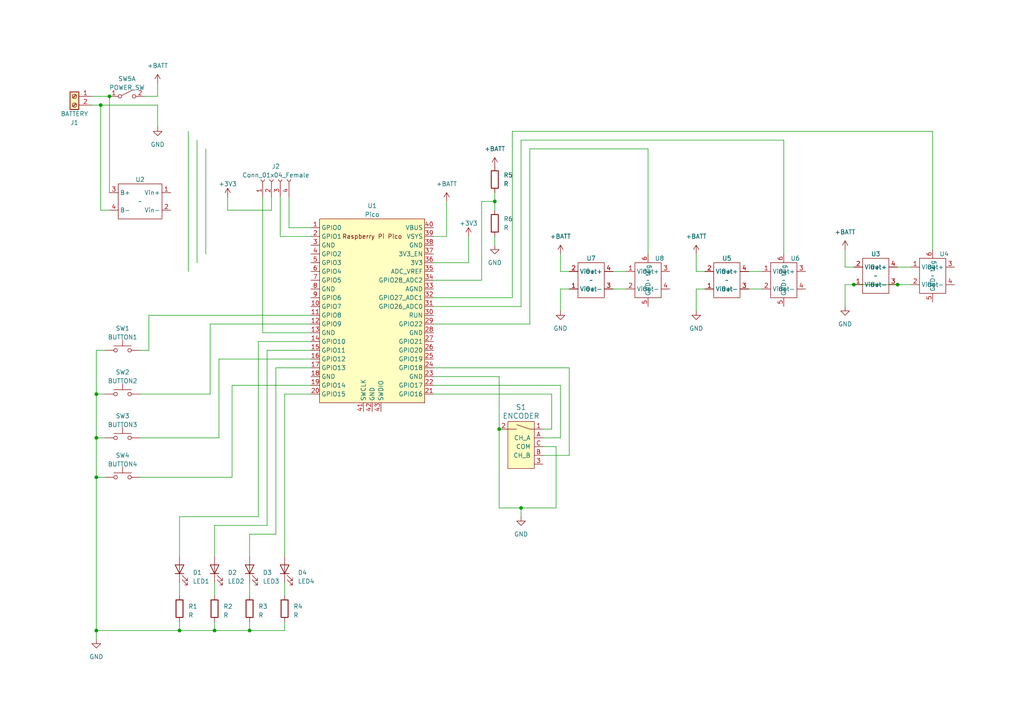
<source format=kicad_sch>
(kicad_sch (version 20230121) (generator eeschema)
  (paper "A4")
  (lib_symbols
    (symbol "Connector:Conn_01x04_Female" (pin_names (offset 1.016) hide)
      (property "Reference" "J" (at 0 5.08 0))
      (property "Value" "Conn_01x04_Female" (at 0 -7.62 0))
      (symbol "Conn_01x04_Female_1_1"
        (arc (start 0 -4.572) (mid -0.5058 -5.08) (end 0 -5.588) (stroke (width 0.1524)))
        (arc (start 0 -2.032) (mid -0.5058 -2.54) (end 0 -3.048) (stroke (width 0.1524)))
        (polyline (pts (xy -1.27 -5.08) (xy -0.508 -5.08)) (stroke (width 0.1524)))
        (polyline (pts (xy -1.27 -2.54) (xy -0.508 -2.54)) (stroke (width 0.1524)))
        (polyline (pts (xy -1.27 0) (xy -0.508 0)) (stroke (width 0.1524)))
        (polyline (pts (xy -1.27 2.54) (xy -0.508 2.54)) (stroke (width 0.1524)))
        (arc (start 0 0.508) (mid -0.5058 0) (end 0 -0.508) (stroke (width 0.1524)))
        (arc (start 0 3.048) (mid -0.5058 2.54) (end 0 2.032) (stroke (width 0.1524)))
        (pin passive line (at -5.08 2.54 0) (length 3.81) (name "Pin_1") (number "1"))
        (pin passive line (at -5.08 0 0) (length 3.81) (name "Pin_2") (number "2"))
        (pin passive line (at -5.08 -2.54 0) (length 3.81) (name "Pin_3") (number "3"))
        (pin passive line (at -5.08 -5.08 0) (length 3.81) (name "Pin_4") (number "4"))
      )
    )
    (symbol "Connector:Screw_Terminal_01x02" (pin_names (offset 1.016) hide)
      (property "Reference" "J" (at 0 2.54 0))
      (property "Value" "Screw_Terminal_01x02" (at 0 -5.08 0))
      (symbol "Screw_Terminal_01x02_1_1"
        (rectangle (start -1.27 1.27) (end 1.27 -3.81) (stroke (width 0.254)) (fill (type background)))
        (circle (center 0 -2.54) (radius 0.635) (stroke (width 0.1524)))
        (polyline (pts (xy -0.5334 -2.2098) (xy 0.3302 -3.048)) (stroke (width 0.1524)))
        (polyline (pts (xy -0.5334 0.3302) (xy 0.3302 -0.508)) (stroke (width 0.1524)))
        (polyline (pts (xy -0.3556 -2.032) (xy 0.508 -2.8702)) (stroke (width 0.1524)))
        (polyline (pts (xy -0.3556 0.508) (xy 0.508 -0.3302)) (stroke (width 0.1524)))
        (circle (center 0 0) (radius 0.635) (stroke (width 0.1524)))
        (pin passive line (at -5.08 0 0) (length 3.81) (name "Pin_1") (number "1"))
        (pin passive line (at -5.08 -2.54 0) (length 3.81) (name "Pin_2") (number "2"))
      )
    )
    (symbol "Device:LED" (pin_numbers hide) (pin_names (offset 1.016) hide)
      (property "Reference" "D" (at 0 2.54 0))
      (property "Value" "LED" (at 0 -2.54 0))
      (symbol "LED_0_1"
        (polyline (pts (xy -1.27 -1.27) (xy -1.27 1.27)) (stroke (width 0.2032)))
        (polyline (pts (xy -1.27 0) (xy 1.27 0)))
        (polyline (pts (xy 1.27 -1.27) (xy 1.27 1.27) (xy -1.27 0) (xy 1.27 -1.27)) (stroke (width 0.2032)))
        (polyline (pts (xy -3.048 -0.762) (xy -4.572 -2.286) (xy -3.81 -2.286) (xy -4.572 -2.286) (xy -4.572 -1.524)))
        (polyline (pts (xy -1.778 -0.762) (xy -3.302 -2.286) (xy -2.54 -2.286) (xy -3.302 -2.286) (xy -3.302 -1.524)))
      )
      (symbol "LED_1_1"
        (pin passive line (at -3.81 0 0) (length 2.54) (name "K") (number "1"))
        (pin passive line (at 3.81 0 180) (length 2.54) (name "A") (number "2"))
      )
    )
    (symbol "Device:R" (pin_numbers hide) (pin_names (offset 0))
      (property "Reference" "R" (at 2.032 0 90))
      (property "Value" "R" (at 0 0 90))
      (symbol "R_0_1"
        (rectangle (start -1.016 -2.54) (end 1.016 2.54) (stroke (width 0.254)))
      )
      (symbol "R_1_1"
        (pin passive line (at 0 3.81 270) (length 1.27) (name "~") (number "1"))
        (pin passive line (at 0 -3.81 90) (length 1.27) (name "~") (number "2"))
      )
    )
    (symbol "GND_1" (power) (pin_names (offset 0))
      (property "Value" "GND_1" (at 0 -3.81 0))
      (symbol "GND_1_0_1"
        (polyline (pts (xy 0 0) (xy 0 -1.27) (xy 1.27 -1.27) (xy 0 -2.54) (xy -1.27 -1.27) (xy 0 -1.27)))
      )
      (symbol "GND_1_1_1"
        (pin power_in line (at 0 0 270) (length 0) hide (name "GND") (number "1"))
      )
    )
    (symbol "MCU_RaspberryPi_and_Boards:Pico"
      (property "Reference" "U" (at -13.97 27.94 0))
      (property "Value" "Pico" (at 0 19.05 0))
      (symbol "Pico_0_0"
        (text "Raspberry Pi Pico" (at 0 21.59 0) (effects (font (size 1.27 1.27))))
      )
      (symbol "Pico_0_1"
        (rectangle (start -15.24 26.67) (end 15.24 -26.67) (fill (type background)))
      )
      (symbol "Pico_1_1"
        (pin bidirectional line (at -17.78 24.13 0) (length 2.54) (name "GPIO0") (number "1"))
        (pin bidirectional line (at -17.78 1.27 0) (length 2.54) (name "GPIO7") (number "10"))
        (pin bidirectional line (at -17.78 -1.27 0) (length 2.54) (name "GPIO8") (number "11"))
        (pin bidirectional line (at -17.78 -3.81 0) (length 2.54) (name "GPIO9") (number "12"))
        (pin power_in line (at -17.78 -6.35 0) (length 2.54) (name "GND") (number "13"))
        (pin bidirectional line (at -17.78 -8.89 0) (length 2.54) (name "GPIO10") (number "14"))
        (pin bidirectional line (at -17.78 -11.43 0) (length 2.54) (name "GPIO11") (number "15"))
        (pin bidirectional line (at -17.78 -13.97 0) (length 2.54) (name "GPIO12") (number "16"))
        (pin bidirectional line (at -17.78 -16.51 0) (length 2.54) (name "GPIO13") (number "17"))
        (pin power_in line (at -17.78 -19.05 0) (length 2.54) (name "GND") (number "18"))
        (pin bidirectional line (at -17.78 -21.59 0) (length 2.54) (name "GPIO14") (number "19"))
        (pin bidirectional line (at -17.78 21.59 0) (length 2.54) (name "GPIO1") (number "2"))
        (pin bidirectional line (at -17.78 -24.13 0) (length 2.54) (name "GPIO15") (number "20"))
        (pin bidirectional line (at 17.78 -24.13 180) (length 2.54) (name "GPIO16") (number "21"))
        (pin bidirectional line (at 17.78 -21.59 180) (length 2.54) (name "GPIO17") (number "22"))
        (pin power_in line (at 17.78 -19.05 180) (length 2.54) (name "GND") (number "23"))
        (pin bidirectional line (at 17.78 -16.51 180) (length 2.54) (name "GPIO18") (number "24"))
        (pin bidirectional line (at 17.78 -13.97 180) (length 2.54) (name "GPIO19") (number "25"))
        (pin bidirectional line (at 17.78 -11.43 180) (length 2.54) (name "GPIO20") (number "26"))
        (pin bidirectional line (at 17.78 -8.89 180) (length 2.54) (name "GPIO21") (number "27"))
        (pin power_in line (at 17.78 -6.35 180) (length 2.54) (name "GND") (number "28"))
        (pin bidirectional line (at 17.78 -3.81 180) (length 2.54) (name "GPIO22") (number "29"))
        (pin power_in line (at -17.78 19.05 0) (length 2.54) (name "GND") (number "3"))
        (pin input line (at 17.78 -1.27 180) (length 2.54) (name "RUN") (number "30"))
        (pin bidirectional line (at 17.78 1.27 180) (length 2.54) (name "GPIO26_ADC0") (number "31"))
        (pin bidirectional line (at 17.78 3.81 180) (length 2.54) (name "GPIO27_ADC1") (number "32"))
        (pin power_in line (at 17.78 6.35 180) (length 2.54) (name "AGND") (number "33"))
        (pin bidirectional line (at 17.78 8.89 180) (length 2.54) (name "GPIO28_ADC2") (number "34"))
        (pin power_in line (at 17.78 11.43 180) (length 2.54) (name "ADC_VREF") (number "35"))
        (pin power_in line (at 17.78 13.97 180) (length 2.54) (name "3V3") (number "36"))
        (pin input line (at 17.78 16.51 180) (length 2.54) (name "3V3_EN") (number "37"))
        (pin bidirectional line (at 17.78 19.05 180) (length 2.54) (name "GND") (number "38"))
        (pin power_in line (at 17.78 21.59 180) (length 2.54) (name "VSYS") (number "39"))
        (pin bidirectional line (at -17.78 16.51 0) (length 2.54) (name "GPIO2") (number "4"))
        (pin power_in line (at 17.78 24.13 180) (length 2.54) (name "VBUS") (number "40"))
        (pin input line (at -2.54 -29.21 90) (length 2.54) (name "SWCLK") (number "41"))
        (pin power_in line (at 0 -29.21 90) (length 2.54) (name "GND") (number "42"))
        (pin bidirectional line (at 2.54 -29.21 90) (length 2.54) (name "SWDIO") (number "43"))
        (pin bidirectional line (at -17.78 13.97 0) (length 2.54) (name "GPIO3") (number "5"))
        (pin bidirectional line (at -17.78 11.43 0) (length 2.54) (name "GPIO4") (number "6"))
        (pin bidirectional line (at -17.78 8.89 0) (length 2.54) (name "GPIO5") (number "7"))
        (pin power_in line (at -17.78 6.35 0) (length 2.54) (name "GND") (number "8"))
        (pin bidirectional line (at -17.78 3.81 0) (length 2.54) (name "GPIO6") (number "9"))
      )
    )
    (symbol "R_1" (pin_numbers hide) (pin_names (offset 0))
      (property "Reference" "R" (at 2.032 0 90))
      (property "Value" "R" (at 0 0 90))
      (symbol "R_1_0_1"
        (rectangle (start -1.016 -2.54) (end 1.016 2.54) (stroke (width 0.254)))
      )
      (symbol "R_1_1_1"
        (pin passive line (at 0 3.81 270) (length 1.27) (name "~") (number "1"))
        (pin passive line (at 0 -3.81 90) (length 1.27) (name "~") (number "2"))
      )
    )
    (symbol "Switch:SW_DPST_x2" (pin_names (offset 0) hide)
      (property "Reference" "SW" (at 0 3.175 0))
      (property "Value" "SW_DPST_x2" (at 0 -2.54 0))
      (symbol "SW_DPST_x2_0_0"
        (circle (center -2.032 0) (radius 0.508))
        (polyline (pts (xy -1.524 0.254) (xy 1.524 1.778)))
        (circle (center 2.032 0) (radius 0.508))
      )
      (symbol "SW_DPST_x2_1_1"
        (pin passive line (at -5.08 0 0) (length 2.54) (name "A") (number "1"))
        (pin passive line (at 5.08 0 180) (length 2.54) (name "B") (number "2"))
      )
      (symbol "SW_DPST_x2_2_1"
        (pin passive line (at -5.08 0 0) (length 2.54) (name "A") (number "3"))
        (pin passive line (at 5.08 0 180) (length 2.54) (name "B") (number "4"))
      )
    )
    (symbol "Switch:SW_Push" (pin_numbers hide) (pin_names (offset 1.016) hide)
      (property "Reference" "SW" (at 1.27 2.54 0))
      (property "Value" "SW_Push" (at 0 -1.524 0))
      (symbol "SW_Push_0_1"
        (circle (center -2.032 0) (radius 0.508))
        (polyline (pts (xy 0 1.27) (xy 0 3.048)))
        (polyline (pts (xy 2.54 1.27) (xy -2.54 1.27)))
        (circle (center 2.032 0) (radius 0.508))
        (pin passive line (at -5.08 0 0) (length 2.54) (name "1") (number "1"))
        (pin passive line (at 5.08 0 180) (length 2.54) (name "2") (number "2"))
      )
    )
    (symbol "chinese_modules:charger"
      (property "Reference" "U" (at 0 0 0))
      (symbol "charger_0_1"
        (rectangle (start -6.35 5.08) (end 6.35 -5.08))
      )
      (symbol "charger_1_1"
        (pin input line (at 8.89 2.54 180) (length 2.54) (name "Vin+") (number "1"))
        (pin input line (at 8.89 -2.54 180) (length 2.54) (name "Vin-") (number "2"))
        (pin input line (at -8.89 2.54 0) (length 2.54) (name "B+") (number "3"))
        (pin input line (at -8.89 -2.54 0) (length 2.54) (name "B-") (number "4"))
      )
    )
    (symbol "chinese_modules:dc-dc"
      (property "Reference" "U" (at 0 0 0))
      (symbol "dc-dc_0_1"
        (rectangle (start -3.81 5.08) (end 3.81 -5.08))
      )
      (symbol "dc-dc_1_1"
        (pin power_in line (at -6.35 -2.54 0) (length 2.54) (name "Vin+") (number "1"))
        (pin power_in line (at -6.35 2.54 0) (length 2.54) (name "Vin+") (number "2"))
        (pin power_out line (at 6.35 -2.54 180) (length 2.54) (name "Out-") (number "3"))
        (pin power_out line (at 6.35 2.54 180) (length 2.54) (name "Out+") (number "4"))
      )
    )
    (symbol "chinese_modules:xy-mos"
      (property "Reference" "U" (at -11.43 0 0))
      (symbol "xy-mos_0_1"
        (rectangle (start -3.81 5.08) (end 3.81 -5.08))
      )
      (symbol "xy-mos_1_1"
        (pin power_in line (at -6.35 2.54 0) (length 2.54) (name "Vin+") (number "1"))
        (pin power_in line (at -6.35 -2.54 0) (length 2.54) (name "Vin-") (number "2"))
        (pin power_out line (at 6.35 2.54 180) (length 2.54) (name "Out+") (number "3"))
        (pin power_out line (at 6.35 -2.54 180) (length 2.54) (name "Out-") (number "4"))
        (pin input line (at 0 -7.62 90) (length 2.54) (name "GND") (number "5"))
        (pin input line (at 0 7.62 270) (length 2.54) (name "trig") (number "6"))
      )
    )
    (symbol "dk_Encoders:PEC11R-4215F-S0024" (pin_names (offset 1.016))
      (property "Reference" "S" (at -1.27 5.715 0))
      (property "Value" "PEC11R-4215F-S0024" (at -1.27 -9.906 0))
      (symbol "PEC11R-4215F-S0024_0_1"
        (rectangle (start -5.08 4.699) (end 2.54 -8.89) (fill (type background)))
        (polyline (pts (xy 0 2.54) (xy 2.54 2.54)))
        (polyline (pts (xy -5.08 2.54) (xy -3.81 2.54) (xy 0 3.81)))
      )
      (symbol "PEC11R-4215F-S0024_1_1"
        (pin bidirectional line (at -7.62 2.54 0) (length 2.54) (name "~") (number "1"))
        (pin bidirectional line (at 5.08 2.54 180) (length 2.54) (name "~") (number "2"))
        (pin unspecified line (at -7.62 -7.62 0) (length 2.54) (name "~") (number "3"))
        (pin bidirectional line (at -7.62 0 0) (length 2.54) (name "CH_A") (number "A"))
        (pin bidirectional line (at -7.62 -5.08 0) (length 2.54) (name "CH_B") (number "B"))
        (pin input line (at -7.62 -2.54 0) (length 2.54) (name "COM") (number "C"))
      )
    )
    (symbol "power:+3.3V" (power) (pin_names (offset 0))
      (property "Value" "+3.3V" (at 0 3.556 0))
      (symbol "+3.3V_0_1"
        (polyline (pts (xy -0.762 1.27) (xy 0 2.54)))
        (polyline (pts (xy 0 0) (xy 0 2.54)))
        (polyline (pts (xy 0 2.54) (xy 0.762 1.27)))
      )
      (symbol "+3.3V_1_1"
        (pin power_in line (at 0 0 90) (length 0) hide (name "+3V3") (number "1"))
      )
    )
    (symbol "power:+BATT" (power) (pin_names (offset 0))
      (property "Value" "+BATT" (at 0 3.556 0))
      (symbol "+BATT_0_1"
        (polyline (pts (xy -0.762 1.27) (xy 0 2.54)))
        (polyline (pts (xy 0 0) (xy 0 2.54)))
        (polyline (pts (xy 0 2.54) (xy 0.762 1.27)))
      )
      (symbol "+BATT_1_1"
        (pin power_in line (at 0 0 90) (length 0) hide (name "+BATT") (number "1"))
      )
    )
    (symbol "power:GND" (power) (pin_names (offset 0))
      (property "Value" "GND" (at 0 -3.81 0))
      (symbol "GND_0_1"
        (polyline (pts (xy 0 0) (xy 0 -1.27) (xy 1.27 -1.27) (xy 0 -2.54) (xy -1.27 -1.27) (xy 0 -1.27)))
      )
      (symbol "GND_1_1"
        (pin power_in line (at 0 0 270) (length 0) hide (name "GND") (number "1"))
      )
    )
  )
  (junction (at 247.65 82.55))
  (junction (at 27.94 114.3))
  (junction (at 62.23 182.88))
  (junction (at 144.78 124.46))
  (junction (at 29.21 30.48))
  (junction (at 260.35 82.55))
  (junction (at 27.94 138.43))
  (junction (at 143.51 58.42))
  (junction (at 27.94 127))
  (junction (at 52.07 182.88))
  (junction (at 72.39 182.88))
  (junction (at 151.13 147.32))
  (junction (at 27.94 182.88))
  (junction (at 31.75 27.94))
  (wire (pts (xy 29.21 60.96) (xy 29.21 30.48)))
  (wire (pts (xy 144.78 109.22) (xy 144.78 124.46)))
  (wire (pts (xy 204.47 83.82) (xy 201.93 83.82)))
  (wire (pts (xy 165.1 83.82) (xy 162.56 83.82)))
  (wire (pts (xy 247.65 82.55) (xy 260.35 82.55)))
  (wire (pts (xy 260.35 82.55) (xy 264.16 82.55)))
  (wire (pts (xy 54.61 38.1) (xy 54.61 78.74)))
  (wire (pts (xy 30.48 127) (xy 27.94 127)))
  (wire (pts (xy 201.93 73.66) (xy 201.93 78.74)))
  (wire (pts (xy 52.07 149.86) (xy 74.93 149.86)))
  (wire (pts (xy 148.59 38.1) (xy 270.51 38.1)))
  (wire (pts (xy 80.01 106.68) (xy 80.01 154.94)))
  (wire (pts (xy 187.96 43.18) (xy 187.96 73.66)))
  (wire (pts (xy 139.7 81.28) (xy 139.7 58.42)))
  (wire (pts (xy 157.48 124.46) (xy 160.02 124.46)))
  (wire (pts (xy 27.94 182.88) (xy 27.94 185.42)))
  (wire (pts (xy 40.64 138.43) (xy 67.31 138.43)))
  (wire (pts (xy 43.18 101.6) (xy 40.64 101.6)))
  (wire (pts (xy 66.04 60.96) (xy 78.74 60.96)))
  (wire (pts (xy 67.31 138.43) (xy 67.31 111.76)))
  (wire (pts (xy 153.67 43.18) (xy 187.96 43.18)))
  (wire (pts (xy 57.15 76.2) (xy 57.15 40.64)))
  (wire (pts (xy 81.28 68.58) (xy 90.17 68.58)))
  (wire (pts (xy 30.48 101.6) (xy 27.94 101.6)))
  (wire (pts (xy 227.33 40.64) (xy 227.33 73.66)))
  (wire (pts (xy 62.23 152.4) (xy 62.23 161.29)))
  (wire (pts (xy 148.59 86.36) (xy 148.59 38.1)))
  (wire (pts (xy 72.39 168.91) (xy 72.39 172.72)))
  (wire (pts (xy 157.48 129.54) (xy 161.29 129.54)))
  (wire (pts (xy 153.67 93.98) (xy 153.67 43.18)))
  (wire (pts (xy 162.56 127) (xy 162.56 111.76)))
  (wire (pts (xy 78.74 60.96) (xy 78.74 57.15)))
  (wire (pts (xy 151.13 88.9) (xy 125.73 88.9)))
  (wire (pts (xy 177.8 78.74) (xy 181.61 78.74)))
  (wire (pts (xy 52.07 182.88) (xy 62.23 182.88)))
  (wire (pts (xy 82.55 168.91) (xy 82.55 172.72)))
  (wire (pts (xy 217.17 83.82) (xy 220.98 83.82)))
  (wire (pts (xy 260.35 77.47) (xy 264.16 77.47)))
  (wire (pts (xy 27.94 101.6) (xy 27.94 114.3)))
  (wire (pts (xy 245.11 77.47) (xy 247.65 77.47)))
  (wire (pts (xy 165.1 106.68) (xy 165.1 132.08)))
  (wire (pts (xy 74.93 99.06) (xy 90.17 99.06)))
  (wire (pts (xy 151.13 40.64) (xy 151.13 88.9)))
  (wire (pts (xy 52.07 182.88) (xy 52.07 180.34)))
  (wire (pts (xy 82.55 182.88) (xy 82.55 180.34)))
  (wire (pts (xy 125.73 81.28) (xy 139.7 81.28)))
  (wire (pts (xy 62.23 168.91) (xy 62.23 172.72)))
  (wire (pts (xy 45.72 30.48) (xy 45.72 36.83)))
  (wire (pts (xy 125.73 76.2) (xy 135.89 76.2)))
  (wire (pts (xy 27.94 114.3) (xy 30.48 114.3)))
  (wire (pts (xy 27.94 114.3) (xy 27.94 127)))
  (wire (pts (xy 43.18 91.44) (xy 90.17 91.44)))
  (wire (pts (xy 40.64 127) (xy 63.5 127)))
  (wire (pts (xy 177.8 83.82) (xy 181.61 83.82)))
  (wire (pts (xy 129.54 68.58) (xy 129.54 58.42)))
  (wire (pts (xy 72.39 154.94) (xy 80.01 154.94)))
  (wire (pts (xy 83.82 66.04) (xy 90.17 66.04)))
  (wire (pts (xy 125.73 106.68) (xy 165.1 106.68)))
  (wire (pts (xy 90.17 104.14) (xy 63.5 104.14)))
  (wire (pts (xy 45.72 27.94) (xy 45.72 24.13)))
  (wire (pts (xy 77.47 152.4) (xy 62.23 152.4)))
  (wire (pts (xy 160.02 114.3) (xy 125.73 114.3)))
  (wire (pts (xy 245.11 82.55) (xy 245.11 88.9)))
  (wire (pts (xy 161.29 129.54) (xy 161.29 147.32)))
  (wire (pts (xy 41.91 27.94) (xy 45.72 27.94)))
  (wire (pts (xy 26.67 30.48) (xy 29.21 30.48)))
  (wire (pts (xy 143.51 58.42) (xy 143.51 60.96)))
  (wire (pts (xy 67.31 111.76) (xy 90.17 111.76)))
  (wire (pts (xy 72.39 182.88) (xy 72.39 180.34)))
  (wire (pts (xy 80.01 106.68) (xy 90.17 106.68)))
  (wire (pts (xy 135.89 76.2) (xy 135.89 68.58)))
  (wire (pts (xy 74.93 149.86) (xy 74.93 99.06)))
  (wire (pts (xy 29.21 60.96) (xy 31.75 60.96)))
  (wire (pts (xy 245.11 82.55) (xy 247.65 82.55)))
  (wire (pts (xy 143.51 55.88) (xy 143.51 58.42)))
  (wire (pts (xy 52.07 161.29) (xy 52.07 149.86)))
  (wire (pts (xy 144.78 124.46) (xy 144.78 147.32)))
  (wire (pts (xy 125.73 68.58) (xy 129.54 68.58)))
  (wire (pts (xy 270.51 38.1) (xy 270.51 72.39)))
  (wire (pts (xy 139.7 58.42) (xy 143.51 58.42)))
  (wire (pts (xy 90.17 114.3) (xy 82.55 114.3)))
  (wire (pts (xy 27.94 138.43) (xy 27.94 182.88)))
  (wire (pts (xy 217.17 78.74) (xy 220.98 78.74)))
  (wire (pts (xy 165.1 132.08) (xy 157.48 132.08)))
  (wire (pts (xy 60.96 93.98) (xy 90.17 93.98)))
  (wire (pts (xy 227.33 40.64) (xy 151.13 40.64)))
  (wire (pts (xy 40.64 114.3) (xy 60.96 114.3)))
  (wire (pts (xy 43.18 91.44) (xy 43.18 101.6)))
  (wire (pts (xy 162.56 83.82) (xy 162.56 90.17)))
  (wire (pts (xy 72.39 182.88) (xy 82.55 182.88)))
  (wire (pts (xy 76.2 57.15) (xy 76.2 96.52)))
  (wire (pts (xy 201.93 78.74) (xy 204.47 78.74)))
  (wire (pts (xy 77.47 101.6) (xy 77.47 152.4)))
  (wire (pts (xy 29.21 30.48) (xy 45.72 30.48)))
  (wire (pts (xy 66.04 57.15) (xy 66.04 60.96)))
  (wire (pts (xy 60.96 114.3) (xy 60.96 93.98)))
  (wire (pts (xy 82.55 114.3) (xy 82.55 161.29)))
  (wire (pts (xy 27.94 138.43) (xy 30.48 138.43)))
  (wire (pts (xy 72.39 161.29) (xy 72.39 154.94)))
  (wire (pts (xy 27.94 182.88) (xy 52.07 182.88)))
  (wire (pts (xy 76.2 96.52) (xy 90.17 96.52)))
  (wire (pts (xy 162.56 73.66) (xy 162.56 78.74)))
  (wire (pts (xy 160.02 124.46) (xy 160.02 114.3)))
  (wire (pts (xy 162.56 111.76) (xy 125.73 111.76)))
  (wire (pts (xy 143.51 68.58) (xy 143.51 71.12)))
  (wire (pts (xy 59.69 73.66) (xy 59.69 43.18)))
  (wire (pts (xy 157.48 127) (xy 162.56 127)))
  (wire (pts (xy 31.75 27.94) (xy 31.75 55.88)))
  (wire (pts (xy 162.56 78.74) (xy 165.1 78.74)))
  (wire (pts (xy 52.07 168.91) (xy 52.07 172.72)))
  (wire (pts (xy 27.94 127) (xy 27.94 138.43)))
  (wire (pts (xy 62.23 182.88) (xy 62.23 180.34)))
  (wire (pts (xy 81.28 57.15) (xy 81.28 68.58)))
  (wire (pts (xy 63.5 104.14) (xy 63.5 127)))
  (wire (pts (xy 201.93 83.82) (xy 201.93 90.17)))
  (wire (pts (xy 161.29 147.32) (xy 151.13 147.32)))
  (wire (pts (xy 125.73 93.98) (xy 153.67 93.98)))
  (wire (pts (xy 62.23 182.88) (xy 72.39 182.88)))
  (wire (pts (xy 151.13 147.32) (xy 144.78 147.32)))
  (wire (pts (xy 125.73 109.22) (xy 144.78 109.22)))
  (wire (pts (xy 125.73 86.36) (xy 148.59 86.36)))
  (wire (pts (xy 77.47 101.6) (xy 90.17 101.6)))
  (wire (pts (xy 26.67 27.94) (xy 31.75 27.94)))
  (wire (pts (xy 83.82 57.15) (xy 83.82 66.04)))
  (wire (pts (xy 245.11 72.39) (xy 245.11 77.47)))
  (wire (pts (xy 151.13 147.32) (xy 151.13 149.86)))
  (symbol (lib_id "power:GND") (at 201.93 90.17 0) (unit 1)
    (property "Reference" "#PWR09" (effects hide))
    (property "Value" "GND" (at 201.93 95.25 0))
  )
  (symbol (lib_id "power:+BATT") (at 45.72 24.13 0) (unit 1)
    (property "Reference" "#PWR06" (effects hide))
    (property "Value" "+BATT" (at 45.72 19.05 0))
  )
  (symbol (lib_id "Device:LED") (at 72.39 165.1 90) (unit 1)
    (property "Reference" "D3" (at 76.2 166.0652 90) (effects (justify right)))
    (property "Value" "LED3" (at 76.2 168.6052 90) (effects (justify right)))
    (property "Footprint" "LED_THT:LED_D5.0mm" (effects hide))
  )
  (symbol (lib_id "power:+BATT") (at 245.11 72.39 0) (unit 1)
    (property "Reference" "#PWR04" (effects hide))
    (property "Value" "+BATT" (at 245.11 67.31 0))
  )
  (symbol (lib_id "Switch:SW_DPST_x2") (at 36.83 27.94 0) (unit 1)
    (property "Reference" "SW5" (at 36.83 22.86 0))
    (property "Value" "POWER_SW" (at 36.83 25.4 0))
    (property "Footprint" "Inductor_THT:L_Radial_D12.0mm_P6.00mm_MuRATA_1900R" (effects hide))
  )
  (symbol (lib_name "R_1") (lib_id "Device:R") (at 143.51 64.77 0) (unit 1)
    (property "Reference" "R6" (at 146.05 63.5 0) (effects (justify left)))
    (property "Value" "R" (at 146.05 66.04 0) (effects (justify left)))
    (property "Footprint" "Resistor_THT:R_Axial_DIN0309_L9.0mm_D3.2mm_P12.70mm_Horizontal" (effects hide))
  )
  (symbol (lib_id "chinese_modules:xy-mos") (at 187.96 81.28 0) (unit 1)
    (property "Reference" "U8" (at 189.9159 74.93 0) (effects (justify left)))
    (property "Value" "~" (at 187.96 81.28 0))
    (property "Footprint" "chinese_modules:xy-mos" (effects hide))
  )
  (symbol (lib_id "Device:R") (at 82.55 176.53 0) (unit 1)
    (property "Reference" "R4" (at 85.09 175.895 0) (effects (justify left)))
    (property "Value" "R" (at 85.09 178.435 0) (effects (justify left)))
    (property "Footprint" "Resistor_THT:R_Axial_DIN0617_L17.0mm_D6.0mm_P5.08mm_Vertical" (effects hide))
  )
  (symbol (lib_id "power:+3.3V") (at 135.89 68.58 0) (unit 1)
    (property "Reference" "#PWR07" (effects hide))
    (property "Value" "+3.3V" (at 135.89 64.77 0))
  )
  (symbol (lib_id "power:GND") (at 143.51 71.12 0) (unit 1)
    (property "Reference" "#PWR011" (effects hide))
    (property "Value" "GND" (at 143.51 76.2 0))
  )
  (symbol (lib_id "power:+BATT") (at 143.51 48.26 0) (unit 1)
    (property "Reference" "#PWR05" (effects hide))
    (property "Value" "+BATT" (at 143.51 43.18 0))
  )
  (symbol (lib_id "Device:LED") (at 82.55 165.1 90) (unit 1)
    (property "Reference" "D4" (at 86.36 166.0652 90) (effects (justify right)))
    (property "Value" "LED4" (at 86.36 168.6052 90) (effects (justify right)))
    (property "Footprint" "LED_THT:LED_D5.0mm" (effects hide))
  )
  (symbol (lib_id "chinese_modules:charger") (at 40.64 58.42 0) (unit 1)
    (property "Reference" "U2" (at 40.64 52.07 0))
    (property "Value" "~" (at 40.64 58.42 0))
    (property "Footprint" "chinese_modules:charger" (effects hide))
  )
  (symbol (lib_id "chinese_modules:dc-dc") (at 210.82 81.28 0) (unit 1)
    (property "Reference" "U5" (at 210.82 74.93 0))
    (property "Value" "~" (at 210.82 81.28 0))
    (property "Footprint" "chinese_modules:dc-dc module" (effects hide))
  )
  (symbol (lib_id "Connector:Screw_Terminal_01x02") (at 21.59 27.94 0) (mirror y) (unit 1)
    (property "Reference" "J1" (at 21.59 35.56 0))
    (property "Value" "BATTERY" (at 21.59 33.02 0))
    (property "Footprint" "TerminalBlock:TerminalBlock_bornier-2_P5.08mm" (effects hide))
  )
  (symbol (lib_id "Switch:SW_Push") (at 35.56 101.6 0) (unit 1)
    (property "Reference" "SW1" (at 35.56 95.25 0))
    (property "Value" "BUTTON1" (at 35.56 97.79 0))
    (property "Footprint" "Inductor_THT:L_Radial_D12.0mm_P6.00mm_MuRATA_1900R" (effects hide))
  )
  (symbol (lib_id "Switch:SW_Push") (at 35.56 114.3 0) (unit 1)
    (property "Reference" "SW2" (at 35.56 107.95 0))
    (property "Value" "BUTTON2" (at 35.56 110.49 0))
    (property "Footprint" "Inductor_THT:L_Radial_D12.0mm_P6.00mm_MuRATA_1900R" (effects hide))
  )
  (symbol (lib_id "chinese_modules:xy-mos") (at 227.33 81.28 0) (unit 1)
    (property "Reference" "U6" (at 229.2859 74.93 0) (effects (justify left)))
    (property "Value" "~" (at 227.33 81.28 0))
    (property "Footprint" "chinese_modules:xy-mos" (effects hide))
  )
  (symbol (lib_id "Switch:SW_Push") (at 35.56 127 0) (unit 1)
    (property "Reference" "SW3" (at 35.56 120.65 0))
    (property "Value" "BUTTON3" (at 35.56 123.19 0))
    (property "Footprint" "Inductor_THT:L_Radial_D12.0mm_P6.00mm_MuRATA_1900R" (effects hide))
  )
  (symbol (lib_name "GND_1") (lib_id "power:GND") (at 245.11 88.9 0) (unit 1)
    (property "Reference" "#PWR014" (effects hide))
    (property "Value" "GND" (at 245.11 93.98 0))
  )
  (symbol (lib_id "power:+BATT") (at 129.54 58.42 0) (unit 1)
    (property "Reference" "#PWR03" (effects hide))
    (property "Value" "+BATT" (at 129.54 53.34 0))
  )
  (symbol (lib_id "Device:R") (at 62.23 176.53 0) (unit 1)
    (property "Reference" "R2" (at 64.77 175.895 0) (effects (justify left)))
    (property "Value" "R" (at 64.77 178.435 0) (effects (justify left)))
    (property "Footprint" "Resistor_THT:R_Axial_DIN0617_L17.0mm_D6.0mm_P5.08mm_Vertical" (effects hide))
  )
  (symbol (lib_id "chinese_modules:dc-dc") (at 254 80.01 0) (unit 1)
    (property "Reference" "U3" (at 254 73.66 0))
    (property "Value" "~" (at 254 80.01 0))
    (property "Footprint" "chinese_modules:dc-dc module" (effects hide))
  )
  (symbol (lib_id "chinese_modules:xy-mos") (at 270.51 80.01 0) (unit 1)
    (property "Reference" "U4" (at 272.4659 73.66 0) (effects (justify left)))
    (property "Value" "~" (at 270.51 80.01 0))
    (property "Footprint" "chinese_modules:xy-mos" (effects hide))
  )
  (symbol (lib_id "power:GND") (at 151.13 149.86 0) (unit 1)
    (property "Reference" "#PWR015" (effects hide))
    (property "Value" "GND" (at 151.13 154.94 0))
  )
  (symbol (lib_id "power:GND") (at 27.94 185.42 0) (unit 1)
    (property "Reference" "#PWR01" (effects hide))
    (property "Value" "GND" (at 27.94 190.5 0))
  )
  (symbol (lib_id "Device:R") (at 52.07 176.53 0) (unit 1)
    (property "Reference" "R1" (at 54.61 175.895 0) (effects (justify left)))
    (property "Value" "R" (at 54.61 178.435 0) (effects (justify left)))
    (property "Footprint" "Resistor_THT:R_Axial_DIN0617_L17.0mm_D6.0mm_P5.08mm_Vertical" (effects hide))
  )
  (symbol (lib_id "Device:LED") (at 62.23 165.1 90) (unit 1)
    (property "Reference" "D2" (at 66.04 166.0652 90) (effects (justify right)))
    (property "Value" "LED2" (at 66.04 168.6052 90) (effects (justify right)))
    (property "Footprint" "LED_THT:LED_D5.0mm" (effects hide))
  )
  (symbol (lib_id "power:GND") (at 45.72 36.83 0) (unit 1)
    (property "Reference" "#PWR02" (effects hide))
    (property "Value" "GND" (at 45.72 41.91 0))
  )
  (symbol (lib_id "power:+3.3V") (at 66.04 57.15 0) (unit 1)
    (property "Reference" "#PWR012" (effects hide))
    (property "Value" "+3.3V" (at 66.04 53.34 0))
  )
  (symbol (lib_id "dk_Encoders:PEC11R-4215F-S0024") (at 149.86 127 0) (mirror y) (unit 1)
    (property "Reference" "S1" (at 151.13 118.11 0) (effects (font (size 1.524 1.524))))
    (property "Value" "ENCODER" (at 151.13 120.65 0) (effects (font (size 1.524 1.524))))
    (property "Footprint" "digikey-footprints:Rotary_Encoder_Switched_PEC11R" (effects hide))
    (property "Datasheet" "https://www.bourns.com/docs/Product-Datasheets/PEC11R.pdf" (effects hide))
    (property "Digi-Key_PN" "PEC11R-4215F-S0024-ND" (effects hide))
    (property "MPN" "PEC11R-4215F-S0024" (effects hide))
    (property "Category" "Sensors, Transducers" (effects hide))
    (property "Family" "Encoders" (effects hide))
    (property "DK_Datasheet_Link" "https://www.bourns.com/docs/Product-Datasheets/PEC11R.pdf" (effects hide))
    (property "DK_Detail_Page" "/product-detail/en/bourns-inc/PEC11R-4215F-S0024/PEC11R-4215F-S0024-ND/4499665" (effects hide))
    (property "Description" "ROTARY ENCODER MECHANICAL 24PPR" (effects hide))
    (property "Manufacturer" "Bourns Inc." (effects hide))
    (property "Status" "Active" (effects hide))
  )
  (symbol (lib_name "R_1") (lib_id "Device:R") (at 143.51 52.07 0) (unit 1)
    (property "Reference" "R5" (at 146.05 50.8 0) (effects (justify left)))
    (property "Value" "R" (at 146.05 53.34 0) (effects (justify left)))
    (property "Footprint" "Resistor_THT:R_Axial_DIN0309_L9.0mm_D3.2mm_P12.70mm_Horizontal" (effects hide))
  )
  (symbol (lib_id "chinese_modules:dc-dc") (at 171.45 81.28 0) (unit 1)
    (property "Reference" "U7" (at 171.45 74.93 0))
    (property "Value" "~" (at 171.45 81.28 0))
    (property "Footprint" "chinese_modules:dc-dc module" (effects hide))
  )
  (symbol (lib_id "MCU_RaspberryPi_and_Boards:Pico") (at 107.95 90.17 0) (unit 1)
    (property "Reference" "U1" (at 107.95 59.69 0))
    (property "Value" "Pico" (at 107.95 62.23 0))
    (property "Footprint" "MCU_RaspberryPi_and_Boards:RPi_Pico_SMD_TH" (effects hide))
  )
  (symbol (lib_id "Switch:SW_Push") (at 35.56 138.43 0) (unit 1)
    (property "Reference" "SW4" (at 35.56 132.08 0))
    (property "Value" "BUTTON4" (at 35.56 134.62 0))
    (property "Footprint" "Inductor_THT:L_Radial_D12.0mm_P6.00mm_MuRATA_1900R" (effects hide))
  )
  (symbol (lib_id "Connector:Conn_01x04_Female") (at 78.74 52.07 90) (unit 1)
    (property "Reference" "J2" (at 80.01 48.26 90))
    (property "Value" "Conn_01x04_Female" (at 80.01 50.8 90))
    (property "Footprint" "Connector_PinHeader_2.54mm:PinHeader_1x04_P2.54mm_Vertical" (effects hide))
  )
  (symbol (lib_id "Device:R") (at 72.39 176.53 0) (unit 1)
    (property "Reference" "R3" (at 74.93 175.895 0) (effects (justify left)))
    (property "Value" "R" (at 74.93 178.435 0) (effects (justify left)))
    (property "Footprint" "Resistor_THT:R_Axial_DIN0617_L17.0mm_D6.0mm_P5.08mm_Vertical" (effects hide))
  )
  (symbol (lib_id "Device:LED") (at 52.07 165.1 90) (unit 1)
    (property "Reference" "D1" (at 55.88 166.0652 90) (effects (justify right)))
    (property "Value" "LED1" (at 55.88 168.6052 90) (effects (justify right)))
    (property "Footprint" "LED_THT:LED_D5.0mm" (effects hide))
  )
  (symbol (lib_id "power:+BATT") (at 162.56 73.66 0) (unit 1)
    (property "Reference" "#PWR010" (effects hide))
    (property "Value" "+BATT" (at 162.56 68.58 0))
  )
  (symbol (lib_id "power:+BATT") (at 201.93 73.66 0) (unit 1)
    (property "Reference" "#PWR08" (effects hide))
    (property "Value" "+BATT" (at 201.93 68.58 0))
  )
  (symbol (lib_id "power:GND") (at 162.56 90.17 0) (unit 1)
    (property "Reference" "#PWR013" (effects hide))
    (property "Value" "GND" (at 162.56 95.25 0))
  )
)
</source>
